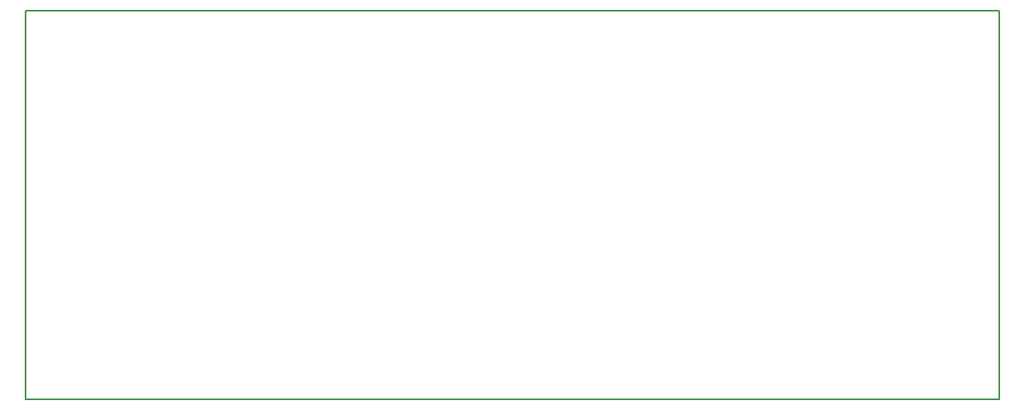
<source format=gbr>
%TF.GenerationSoftware,Altium Limited,Altium Designer,21.2.2 (38)*%
G04 Layer_Color=32896*
%FSLAX45Y45*%
%MOMM*%
%TF.SameCoordinates,91962C55-0A3B-46C8-9624-B1D99F5FF45C*%
%TF.FilePolarity,Positive*%
%TF.FileFunction,Other,Dimensions*%
%TF.Part,Single*%
G01*
G75*
%TA.AperFunction,NonConductor*%
%ADD12C,0.20000*%
D12*
X10000000Y0D02*
Y4000000D01*
X0D02*
X10000000D01*
X0Y0D02*
X10000000D01*
X0D02*
Y4000000D01*
%TF.MD5,393622efa811eee5223cfde259a344fd*%
M02*

</source>
